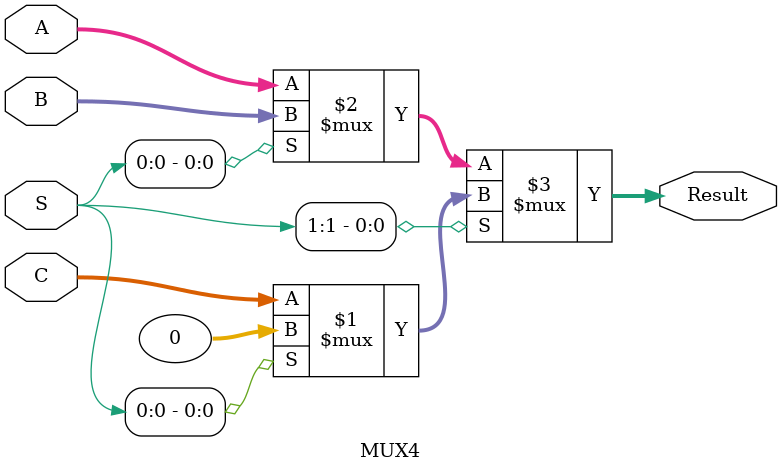
<source format=v>
`timescale 1ns / 1ps


module MUX4(
    input [31:0] A,
    input [31:0] B,
    input [31:0] C,
    input [1:0] S,
    output [31:0] Result
);
   
assign Result = S[1] ? (S[0] ? 0 : C) : (S[0] ? B : A);

endmodule

</source>
